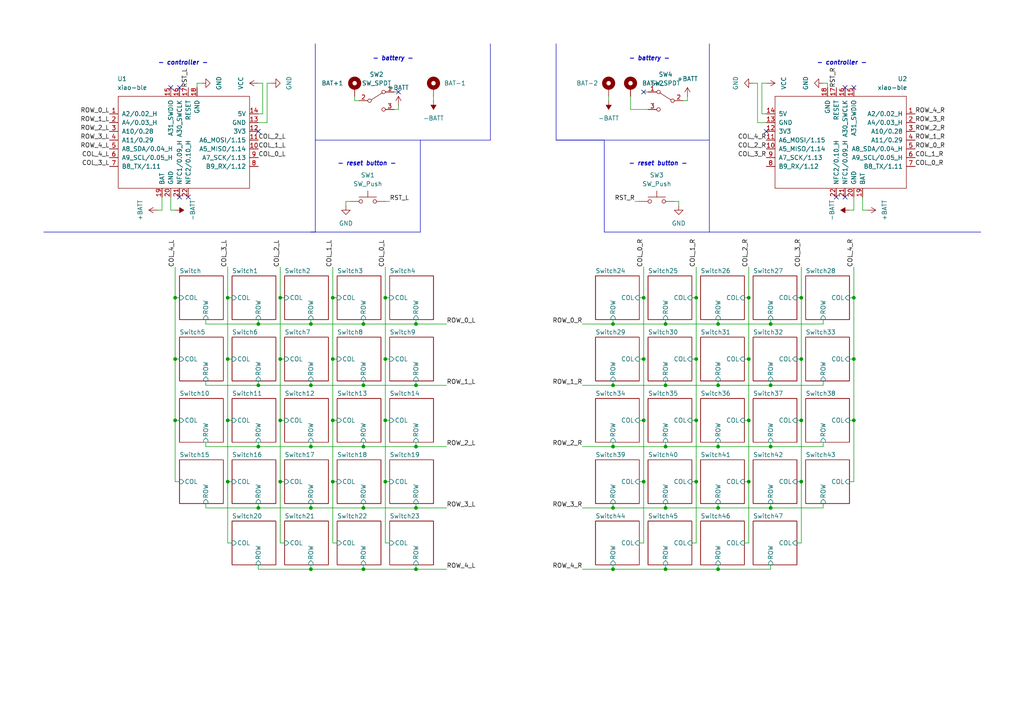
<source format=kicad_sch>
(kicad_sch (version 20231120) (generator "eeschema") (generator_version "8.0")
  (paper "A4")
  (lib_symbols
    (symbol "Mechanical:MountingHole_Pad" (pin_numbers hide) (pin_names (offset 1.016) hide)
      (property "Reference" "H" (at 0 6.35 0))
      (property "Value" "MountingHole_Pad" (at 0 4.445 0))
      (symbol "MountingHole_Pad_0_1"
        (circle (center 0 1.27) (radius 1.27) (stroke (width 1.27)))
      )
      (symbol "MountingHole_Pad_1_1"
        (pin input line (at 0 -2.54 90) (length 2.54) (name "1") (number "1"))
      )
    )
    (symbol "Switch:SW_Push" (pin_numbers hide) (pin_names (offset 1.016) hide)
      (property "Reference" "SW" (at 1.27 2.54 0))
      (property "Value" "SW_Push" (at 0 -1.524 0))
      (symbol "SW_Push_0_1"
        (circle (center -2.032 0) (radius 0.508))
        (polyline (pts (xy 0 1.27) (xy 0 3.048)))
        (polyline (pts (xy 2.54 1.27) (xy -2.54 1.27)))
        (circle (center 2.032 0) (radius 0.508))
        (pin passive line (at -5.08 0 0) (length 2.54) (name "1") (number "1"))
        (pin passive line (at 5.08 0 180) (length 2.54) (name "2") (number "2"))
      )
    )
    (symbol "Switch:SW_SPDT" (pin_names (offset 0) hide)
      (property "Reference" "SW" (at 0 4.318 0))
      (property "Value" "SW_SPDT" (at 0 -5.08 0))
      (symbol "SW_SPDT_0_0"
        (circle (center -2.032 0) (radius 0.508))
        (circle (center 2.032 -2.54) (radius 0.508))
      )
      (symbol "SW_SPDT_0_1"
        (polyline (pts (xy -1.524 0.254) (xy 1.651 2.286)))
        (circle (center 2.032 2.54) (radius 0.508))
      )
      (symbol "SW_SPDT_1_1"
        (pin passive line (at 5.08 2.54 180) (length 2.54) (name "A") (number "1"))
        (pin passive line (at -5.08 0 0) (length 2.54) (name "B") (number "2"))
        (pin passive line (at 5.08 -2.54 180) (length 2.54) (name "C") (number "3"))
      )
    )
    (symbol "mcu:xiao-ble" (pin_names (offset 1.016))
      (property "Reference" "U" (at -17.78 16.51 0))
      (property "Value" "xiao-ble" (at -15.24 13.97 0))
      (symbol "xiao-ble_0_1"
        (rectangle (start -19.05 12.7) (end 19.05 -13.97))
      )
      (symbol "xiao-ble_1_1"
        (pin bidirectional line (at -21.59 7.62 0) (length 2.54) (name "A2/0.02_H") (number "1"))
        (pin bidirectional line (at 21.59 -2.54 180) (length 2.54) (name "A5_MISO/1.14") (number "10"))
        (pin bidirectional line (at 21.59 0 180) (length 2.54) (name "A6_MOSI/1.15") (number "11"))
        (pin power_out line (at 21.59 2.54 180) (length 2.54) (name "3V3") (number "12"))
        (pin power_out line (at 21.59 5.08 180) (length 2.54) (name "GND") (number "13"))
        (pin power_out line (at 21.59 7.62 180) (length 2.54) (name "5V") (number "14"))
        (pin input line (at -3.81 15.24 270) (length 2.54) (name "A31_SWDIO") (number "15"))
        (pin input line (at -1.27 15.24 270) (length 2.54) (name "A30_SWCLK") (number "16"))
        (pin input line (at 1.27 15.24 270) (length 2.54) (name "RESET") (number "17"))
        (pin power_out line (at 3.81 15.24 270) (length 2.54) (name "GND") (number "18"))
        (pin bidirectional line (at -6.35 -16.51 90) (length 2.54) (name "BAT") (number "19"))
        (pin bidirectional line (at -21.59 5.08 0) (length 2.54) (name "A4/0.03_H") (number "2"))
        (pin power_out line (at -3.81 -16.51 90) (length 2.54) (name "GND") (number "20"))
        (pin bidirectional line (at -1.27 -16.51 90) (length 2.54) (name "NFC1/0.09_H") (number "21"))
        (pin bidirectional line (at 1.27 -16.51 90) (length 2.54) (name "NFC2/0.10_H") (number "22"))
        (pin bidirectional line (at -21.59 2.54 0) (length 2.54) (name "A10/0.28") (number "3"))
        (pin bidirectional line (at -21.59 0 0) (length 2.54) (name "A11/0.29") (number "4"))
        (pin bidirectional line (at -21.59 -2.54 0) (length 2.54) (name "A8_SDA/0.04_H") (number "5"))
        (pin bidirectional line (at -21.59 -5.08 0) (length 2.54) (name "A9_SCL/0.05_H") (number "6"))
        (pin bidirectional line (at -21.59 -7.62 0) (length 2.54) (name "B8_TX/1.11") (number "7"))
        (pin bidirectional line (at 21.59 -7.62 180) (length 2.54) (name "B9_RX/1.12") (number "8"))
        (pin bidirectional line (at 21.59 -5.08 180) (length 2.54) (name "A7_SCK/1.13") (number "9"))
      )
    )
    (symbol "power:+BATT" (power) (pin_names (offset 0))
      (property "Value" "+BATT" (at 0 3.556 0))
      (symbol "+BATT_0_1"
        (polyline (pts (xy -0.762 1.27) (xy 0 2.54)))
        (polyline (pts (xy 0 0) (xy 0 2.54)))
        (polyline (pts (xy 0 2.54) (xy 0.762 1.27)))
      )
      (symbol "+BATT_1_1"
        (pin power_in line (at 0 0 90) (length 0) hide (name "+BATT") (number "1"))
      )
    )
    (symbol "power:-BATT" (power) (pin_names (offset 0))
      (property "Value" "-BATT" (at 0 3.556 0))
      (symbol "-BATT_0_1"
        (polyline (pts (xy 0 0) (xy 0 2.54)))
        (polyline (pts (xy 0.762 1.27) (xy -0.762 1.27) (xy 0 2.54) (xy 0.762 1.27)) (fill (type outline)))
      )
      (symbol "-BATT_1_1"
        (pin power_in line (at 0 0 90) (length 0) hide (name "-BATT") (number "1"))
      )
    )
    (symbol "power:GND" (power) (pin_names (offset 0))
      (property "Value" "GND" (at 0 -3.81 0))
      (symbol "GND_0_1"
        (polyline (pts (xy 0 0) (xy 0 -1.27) (xy 1.27 -1.27) (xy 0 -2.54) (xy -1.27 -1.27) (xy 0 -1.27)))
      )
      (symbol "GND_1_1"
        (pin power_in line (at 0 0 270) (length 0) hide (name "GND") (number "1"))
      )
    )
    (symbol "power:VCC" (power) (pin_names (offset 0))
      (property "Value" "VCC" (at 0 3.81 0))
      (symbol "VCC_0_1"
        (polyline (pts (xy -0.762 1.27) (xy 0 2.54)))
        (polyline (pts (xy 0 0) (xy 0 2.54)))
        (polyline (pts (xy 0 2.54) (xy 0.762 1.27)))
      )
      (symbol "VCC_1_1"
        (pin power_in line (at 0 0 90) (length 0) hide (name "VCC") (number "1"))
      )
    )
  )
  (junction (at 208.28 111.76))
  (junction (at 193.04 111.76))
  (junction (at 177.8 111.76))
  (junction (at 120.65 129.54))
  (junction (at 105.41 165.1))
  (junction (at 201.93 104.14))
  (junction (at 96.52 104.14))
  (junction (at 186.69 121.92))
  (junction (at 177.8 147.32))
  (junction (at 90.17 129.54))
  (junction (at 177.8 165.1))
  (junction (at 90.17 147.32))
  (junction (at 208.28 165.1))
  (junction (at 105.41 129.54))
  (junction (at 90.17 93.98))
  (junction (at 66.04 86.36))
  (junction (at 208.28 129.54))
  (junction (at 201.93 121.92))
  (junction (at 50.8 104.14))
  (junction (at 193.04 165.1))
  (junction (at 232.41 104.14))
  (junction (at 217.17 121.92))
  (junction (at 120.65 165.1))
  (junction (at 208.28 93.98))
  (junction (at 247.65 104.14))
  (junction (at 105.41 147.32))
  (junction (at 50.8 121.92))
  (junction (at 177.8 93.98))
  (junction (at 111.76 86.36))
  (junction (at 96.52 86.36))
  (junction (at 74.93 111.76))
  (junction (at 223.52 111.76))
  (junction (at 232.41 86.36))
  (junction (at 177.8 129.54))
  (junction (at 120.65 147.32))
  (junction (at 247.65 121.92))
  (junction (at 81.28 86.36))
  (junction (at 96.52 139.7))
  (junction (at 74.93 147.32))
  (junction (at 96.52 121.92))
  (junction (at 193.04 147.32))
  (junction (at 90.17 165.1))
  (junction (at 66.04 104.14))
  (junction (at 90.17 111.76))
  (junction (at 217.17 104.14))
  (junction (at 81.28 104.14))
  (junction (at 223.52 129.54))
  (junction (at 193.04 129.54))
  (junction (at 120.65 93.98))
  (junction (at 66.04 121.92))
  (junction (at 217.17 86.36))
  (junction (at 111.76 121.92))
  (junction (at 50.8 86.36))
  (junction (at 232.41 139.7))
  (junction (at 208.28 147.32))
  (junction (at 186.69 104.14))
  (junction (at 223.52 147.32))
  (junction (at 74.93 93.98))
  (junction (at 186.69 139.7))
  (junction (at 66.04 139.7))
  (junction (at 247.65 86.36))
  (junction (at 74.93 129.54))
  (junction (at 111.76 139.7))
  (junction (at 201.93 86.36))
  (junction (at 81.28 139.7))
  (junction (at 223.52 93.98))
  (junction (at 105.41 93.98))
  (junction (at 217.17 139.7))
  (junction (at 111.76 104.14))
  (junction (at 81.28 121.92))
  (junction (at 232.41 121.92))
  (junction (at 120.65 111.76))
  (junction (at 186.69 86.36))
  (junction (at 105.41 111.76))
  (junction (at 201.93 139.7))
  (junction (at 193.04 93.98))
  (no_connect (at 245.11 25.4))
  (no_connect (at 52.07 57.15))
  (no_connect (at 247.65 25.4))
  (no_connect (at 54.61 57.15))
  (no_connect (at 186.69 26.67))
  (no_connect (at 222.25 38.1))
  (no_connect (at 74.93 38.1))
  (no_connect (at 245.11 57.15))
  (no_connect (at 242.57 57.15))
  (no_connect (at 49.53 25.4))
  (no_connect (at 52.07 25.4))
  (no_connect (at 115.57 26.67))
  (wire (pts (xy 46.99 60.96) (xy 45.72 60.96)))
  (wire (pts (xy 81.28 121.92) (xy 82.55 121.92)))
  (wire (pts (xy 90.17 165.1) (xy 105.41 165.1)))
  (wire (pts (xy 223.52 147.32) (xy 208.28 147.32)))
  (wire (pts (xy 96.52 139.7) (xy 97.79 139.7)))
  (wire (pts (xy 111.76 86.36) (xy 113.03 86.36)))
  (wire (pts (xy 246.38 86.36) (xy 247.65 86.36)))
  (wire (pts (xy 50.8 77.47) (xy 50.8 86.36)))
  (wire (pts (xy 111.76 139.7) (xy 111.76 157.48)))
  (wire (pts (xy 50.8 139.7) (xy 52.07 139.7)))
  (wire (pts (xy 186.69 86.36) (xy 186.69 104.14)))
  (wire (pts (xy 105.41 128.27) (xy 105.41 129.54)))
  (wire (pts (xy 223.52 111.76) (xy 238.76 111.76)))
  (wire (pts (xy 186.69 104.14) (xy 186.69 121.92)))
  (wire (pts (xy 208.28 146.05) (xy 208.28 147.32)))
  (wire (pts (xy 238.76 146.05) (xy 238.76 147.32)))
  (wire (pts (xy 201.93 104.14) (xy 201.93 121.92)))
  (polyline (pts (xy 91.44 12.7) (xy 91.44 67.31)))
  (wire (pts (xy 105.41 165.1) (xy 120.65 165.1)))
  (wire (pts (xy 96.52 77.47) (xy 96.52 86.36)))
  (wire (pts (xy 223.52 163.83) (xy 223.52 165.1)))
  (wire (pts (xy 49.53 60.96) (xy 49.53 57.15)))
  (wire (pts (xy 74.93 111.76) (xy 59.69 111.76)))
  (wire (pts (xy 247.65 60.96) (xy 247.65 57.15)))
  (wire (pts (xy 81.28 77.47) (xy 81.28 86.36)))
  (wire (pts (xy 57.15 25.4) (xy 57.15 24.13)))
  (wire (pts (xy 168.91 165.1) (xy 177.8 165.1)))
  (wire (pts (xy 177.8 147.32) (xy 168.91 147.32)))
  (wire (pts (xy 100.33 58.42) (xy 100.33 59.69)))
  (wire (pts (xy 196.85 58.42) (xy 196.85 59.69)))
  (polyline (pts (xy 205.74 67.31) (xy 175.26 67.31)))
  (wire (pts (xy 81.28 104.14) (xy 81.28 121.92)))
  (wire (pts (xy 208.28 111.76) (xy 223.52 111.76)))
  (polyline (pts (xy 175.26 67.31) (xy 175.26 40.64)))
  (wire (pts (xy 59.69 128.27) (xy 59.69 129.54)))
  (wire (pts (xy 77.47 35.56) (xy 74.93 35.56)))
  (wire (pts (xy 220.98 33.02) (xy 220.98 24.13)))
  (wire (pts (xy 238.76 111.76) (xy 238.76 110.49)))
  (wire (pts (xy 247.65 77.47) (xy 247.65 86.36)))
  (wire (pts (xy 193.04 92.71) (xy 193.04 93.98)))
  (wire (pts (xy 66.04 157.48) (xy 67.31 157.48)))
  (wire (pts (xy 200.66 104.14) (xy 201.93 104.14)))
  (wire (pts (xy 217.17 157.48) (xy 215.9 157.48)))
  (wire (pts (xy 111.76 121.92) (xy 113.03 121.92)))
  (wire (pts (xy 187.96 31.75) (xy 182.88 31.75)))
  (wire (pts (xy 177.8 128.27) (xy 177.8 129.54)))
  (wire (pts (xy 102.87 27.94) (xy 102.87 29.21)))
  (wire (pts (xy 220.98 24.13) (xy 222.25 24.13)))
  (wire (pts (xy 200.66 139.7) (xy 201.93 139.7)))
  (wire (pts (xy 50.8 121.92) (xy 50.8 139.7)))
  (polyline (pts (xy 175.26 40.64) (xy 161.29 40.64)))
  (wire (pts (xy 223.52 92.71) (xy 223.52 93.98)))
  (wire (pts (xy 111.76 157.48) (xy 113.03 157.48)))
  (wire (pts (xy 81.28 139.7) (xy 82.55 139.7)))
  (wire (pts (xy 201.93 139.7) (xy 201.93 157.48)))
  (wire (pts (xy 232.41 139.7) (xy 231.14 139.7)))
  (polyline (pts (xy 161.29 12.7) (xy 161.29 40.64)))
  (wire (pts (xy 215.9 121.92) (xy 217.17 121.92)))
  (wire (pts (xy 74.93 110.49) (xy 74.93 111.76)))
  (wire (pts (xy 81.28 139.7) (xy 81.28 157.48)))
  (wire (pts (xy 223.52 129.54) (xy 208.28 129.54)))
  (polyline (pts (xy 205.74 12.7) (xy 205.74 67.31)))
  (wire (pts (xy 232.41 121.92) (xy 231.14 121.92)))
  (wire (pts (xy 111.76 139.7) (xy 113.03 139.7)))
  (wire (pts (xy 217.17 104.14) (xy 217.17 121.92)))
  (wire (pts (xy 200.66 121.92) (xy 201.93 121.92)))
  (wire (pts (xy 186.69 139.7) (xy 186.69 157.48)))
  (wire (pts (xy 74.93 33.02) (xy 76.2 33.02)))
  (wire (pts (xy 218.44 24.13) (xy 219.71 24.13)))
  (wire (pts (xy 193.04 111.76) (xy 208.28 111.76)))
  (wire (pts (xy 50.8 86.36) (xy 50.8 104.14)))
  (wire (pts (xy 129.54 111.76) (xy 120.65 111.76)))
  (wire (pts (xy 96.52 86.36) (xy 97.79 86.36)))
  (wire (pts (xy 193.04 110.49) (xy 193.04 111.76)))
  (polyline (pts (xy 12.7 67.31) (xy 91.44 67.31)))
  (polyline (pts (xy 161.29 40.64) (xy 205.74 40.64)))
  (wire (pts (xy 193.04 163.83) (xy 193.04 165.1)))
  (wire (pts (xy 238.76 93.98) (xy 238.76 92.71)))
  (wire (pts (xy 193.04 146.05) (xy 193.04 147.32)))
  (wire (pts (xy 90.17 146.05) (xy 90.17 147.32)))
  (wire (pts (xy 168.91 111.76) (xy 177.8 111.76)))
  (wire (pts (xy 201.93 157.48) (xy 200.66 157.48)))
  (wire (pts (xy 105.41 92.71) (xy 105.41 93.98)))
  (wire (pts (xy 111.76 77.47) (xy 111.76 86.36)))
  (wire (pts (xy 217.17 77.47) (xy 217.17 86.36)))
  (wire (pts (xy 74.93 128.27) (xy 74.93 129.54)))
  (polyline (pts (xy 121.92 67.31) (xy 121.92 40.64)))
  (wire (pts (xy 74.93 146.05) (xy 74.93 147.32)))
  (wire (pts (xy 81.28 121.92) (xy 81.28 139.7)))
  (wire (pts (xy 125.73 27.94) (xy 125.73 29.21)))
  (wire (pts (xy 66.04 86.36) (xy 67.31 86.36)))
  (wire (pts (xy 90.17 128.27) (xy 90.17 129.54)))
  (wire (pts (xy 186.69 121.92) (xy 186.69 139.7)))
  (wire (pts (xy 187.96 26.67) (xy 186.69 26.67)))
  (wire (pts (xy 232.41 77.47) (xy 232.41 86.36)))
  (wire (pts (xy 120.65 111.76) (xy 105.41 111.76)))
  (wire (pts (xy 96.52 121.92) (xy 97.79 121.92)))
  (wire (pts (xy 120.65 165.1) (xy 129.54 165.1)))
  (wire (pts (xy 114.3 26.67) (xy 115.57 26.67)))
  (wire (pts (xy 232.41 104.14) (xy 232.41 121.92)))
  (wire (pts (xy 59.69 111.76) (xy 59.69 110.49)))
  (wire (pts (xy 238.76 128.27) (xy 238.76 129.54)))
  (wire (pts (xy 66.04 121.92) (xy 66.04 139.7)))
  (wire (pts (xy 66.04 121.92) (xy 67.31 121.92)))
  (wire (pts (xy 105.41 146.05) (xy 105.41 147.32)))
  (wire (pts (xy 81.28 86.36) (xy 81.28 104.14)))
  (wire (pts (xy 120.65 128.27) (xy 120.65 129.54)))
  (wire (pts (xy 50.8 104.14) (xy 52.07 104.14)))
  (wire (pts (xy 114.3 31.75) (xy 115.57 31.75)))
  (wire (pts (xy 111.76 58.42) (xy 113.03 58.42)))
  (wire (pts (xy 193.04 93.98) (xy 208.28 93.98)))
  (wire (pts (xy 240.03 25.4) (xy 240.03 24.13)))
  (wire (pts (xy 90.17 163.83) (xy 90.17 165.1)))
  (wire (pts (xy 111.76 104.14) (xy 113.03 104.14)))
  (wire (pts (xy 177.8 165.1) (xy 193.04 165.1)))
  (wire (pts (xy 46.99 57.15) (xy 46.99 60.96)))
  (wire (pts (xy 208.28 129.54) (xy 193.04 129.54)))
  (wire (pts (xy 96.52 104.14) (xy 96.52 121.92)))
  (wire (pts (xy 177.8 92.71) (xy 177.8 93.98)))
  (wire (pts (xy 193.04 128.27) (xy 193.04 129.54)))
  (wire (pts (xy 76.2 33.02) (xy 76.2 24.13)))
  (wire (pts (xy 74.93 129.54) (xy 90.17 129.54)))
  (wire (pts (xy 232.41 86.36) (xy 232.41 104.14)))
  (wire (pts (xy 74.93 92.71) (xy 74.93 93.98)))
  (wire (pts (xy 66.04 77.47) (xy 66.04 86.36)))
  (wire (pts (xy 231.14 86.36) (xy 232.41 86.36)))
  (wire (pts (xy 185.42 86.36) (xy 186.69 86.36)))
  (wire (pts (xy 232.41 157.48) (xy 231.14 157.48)))
  (wire (pts (xy 81.28 86.36) (xy 82.55 86.36)))
  (wire (pts (xy 208.28 163.83) (xy 208.28 165.1)))
  (wire (pts (xy 185.42 104.14) (xy 186.69 104.14)))
  (wire (pts (xy 217.17 139.7) (xy 217.17 157.48)))
  (wire (pts (xy 120.65 110.49) (xy 120.65 111.76)))
  (wire (pts (xy 232.41 139.7) (xy 232.41 157.48)))
  (wire (pts (xy 120.65 146.05) (xy 120.65 147.32)))
  (wire (pts (xy 111.76 86.36) (xy 111.76 104.14)))
  (wire (pts (xy 105.41 129.54) (xy 120.65 129.54)))
  (wire (pts (xy 186.69 77.47) (xy 186.69 86.36)))
  (wire (pts (xy 78.74 24.13) (xy 77.47 24.13)))
  (wire (pts (xy 120.65 147.32) (xy 129.54 147.32)))
  (wire (pts (xy 81.28 104.14) (xy 82.55 104.14)))
  (wire (pts (xy 215.9 139.7) (xy 217.17 139.7)))
  (wire (pts (xy 185.42 121.92) (xy 186.69 121.92)))
  (wire (pts (xy 120.65 129.54) (xy 129.54 129.54)))
  (wire (pts (xy 223.52 165.1) (xy 208.28 165.1)))
  (wire (pts (xy 201.93 86.36) (xy 201.93 104.14)))
  (wire (pts (xy 168.91 93.98) (xy 177.8 93.98)))
  (wire (pts (xy 186.69 157.48) (xy 185.42 157.48)))
  (wire (pts (xy 208.28 147.32) (xy 193.04 147.32)))
  (wire (pts (xy 177.8 129.54) (xy 168.91 129.54)))
  (wire (pts (xy 223.52 93.98) (xy 238.76 93.98)))
  (wire (pts (xy 177.8 146.05) (xy 177.8 147.32)))
  (wire (pts (xy 50.8 104.14) (xy 50.8 121.92)))
  (wire (pts (xy 115.57 30.48) (xy 115.57 31.75)))
  (wire (pts (xy 96.52 121.92) (xy 96.52 139.7)))
  (wire (pts (xy 105.41 110.49) (xy 105.41 111.76)))
  (wire (pts (xy 177.8 110.49) (xy 177.8 111.76)))
  (wire (pts (xy 217.17 86.36) (xy 217.17 104.14)))
  (wire (pts (xy 74.93 165.1) (xy 90.17 165.1)))
  (wire (pts (xy 193.04 147.32) (xy 177.8 147.32)))
  (wire (pts (xy 223.52 146.05) (xy 223.52 147.32)))
  (wire (pts (xy 185.42 139.7) (xy 186.69 139.7)))
  (wire (pts (xy 247.65 104.14) (xy 247.65 121.92)))
  (wire (pts (xy 250.19 60.96) (xy 251.46 60.96)))
  (wire (pts (xy 177.8 111.76) (xy 193.04 111.76)))
  (wire (pts (xy 105.41 93.98) (xy 90.17 93.98)))
  (wire (pts (xy 74.93 147.32) (xy 90.17 147.32)))
  (wire (pts (xy 232.41 121.92) (xy 232.41 139.7)))
  (wire (pts (xy 129.54 93.98) (xy 120.65 93.98)))
  (wire (pts (xy 90.17 93.98) (xy 74.93 93.98)))
  (wire (pts (xy 66.04 104.14) (xy 66.04 121.92)))
  (wire (pts (xy 177.8 93.98) (xy 193.04 93.98)))
  (wire (pts (xy 195.58 58.42) (xy 196.85 58.42)))
  (wire (pts (xy 238.76 147.32) (xy 223.52 147.32)))
  (wire (pts (xy 238.76 129.54) (xy 223.52 129.54)))
  (polyline (pts (xy 284.48 67.31) (xy 205.74 67.31)))
  (wire (pts (xy 59.69 129.54) (xy 74.93 129.54)))
  (wire (pts (xy 208.28 110.49) (xy 208.28 111.76)))
  (wire (pts (xy 90.17 110.49) (xy 90.17 111.76)))
  (wire (pts (xy 76.2 24.13) (xy 74.93 24.13)))
  (wire (pts (xy 105.41 111.76) (xy 90.17 111.76)))
  (wire (pts (xy 96.52 104.14) (xy 97.79 104.14)))
  (wire (pts (xy 231.14 104.14) (xy 232.41 104.14)))
  (polyline (pts (xy 90.17 67.31) (xy 121.92 67.31)))
  (wire (pts (xy 50.8 121.92) (xy 52.07 121.92)))
  (polyline (pts (xy 142.24 12.7) (xy 142.24 40.64)))
  (wire (pts (xy 96.52 86.36) (xy 96.52 104.14)))
  (wire (pts (xy 81.28 157.48) (xy 82.55 157.48)))
  (wire (pts (xy 74.93 93.98) (xy 59.69 93.98)))
  (wire (pts (xy 246.38 60.96) (xy 247.65 60.96)))
  (wire (pts (xy 96.52 139.7) (xy 96.52 157.48)))
  (wire (pts (xy 193.04 129.54) (xy 177.8 129.54)))
  (wire (pts (xy 208.28 128.27) (xy 208.28 129.54)))
  (wire (pts (xy 219.71 35.56) (xy 222.25 35.56)))
  (wire (pts (xy 208.28 165.1) (xy 193.04 165.1)))
  (wire (pts (xy 246.38 104.14) (xy 247.65 104.14)))
  (wire (pts (xy 208.28 92.71) (xy 208.28 93.98)))
  (wire (pts (xy 247.65 139.7) (xy 246.38 139.7)))
  (wire (pts (xy 105.41 163.83) (xy 105.41 165.1)))
  (wire (pts (xy 111.76 121.92) (xy 111.76 139.7)))
  (wire (pts (xy 222.25 33.02) (xy 220.98 33.02)))
  (wire (pts (xy 66.04 139.7) (xy 67.31 139.7)))
  (wire (pts (xy 223.52 110.49) (xy 223.52 111.76)))
  (wire (pts (xy 177.8 163.83) (xy 177.8 165.1)))
  (wire (pts (xy 201.93 77.47) (xy 201.93 86.36)))
  (wire (pts (xy 90.17 147.32) (xy 105.41 147.32)))
  (wire (pts (xy 50.8 86.36) (xy 52.07 86.36)))
  (wire (pts (xy 219.71 24.13) (xy 219.71 35.56)))
  (wire (pts (xy 90.17 111.76) (xy 74.93 111.76)))
  (wire (pts (xy 217.17 86.36) (xy 215.9 86.36)))
  (wire (pts (xy 90.17 92.71) (xy 90.17 93.98)))
  (wire (pts (xy 120.65 93.98) (xy 105.41 93.98)))
  (wire (pts (xy 59.69 146.05) (xy 59.69 147.32)))
  (wire (pts (xy 223.52 128.27) (xy 223.52 129.54)))
  (wire (pts (xy 66.04 86.36) (xy 66.04 104.14)))
  (wire (pts (xy 120.65 92.71) (xy 120.65 93.98)))
  (wire (pts (xy 74.93 163.83) (xy 74.93 165.1)))
  (wire (pts (xy 96.52 157.48) (xy 97.79 157.48)))
  (wire (pts (xy 90.17 129.54) (xy 105.41 129.54)))
  (wire (pts (xy 247.65 86.36) (xy 247.65 104.14)))
  (wire (pts (xy 120.65 163.83) (xy 120.65 165.1)))
  (wire (pts (xy 111.76 104.14) (xy 111.76 121.92)))
  (polyline (pts (xy 91.44 40.64) (xy 142.24 40.64)))
  (wire (pts (xy 240.03 24.13) (xy 238.76 24.13)))
  (wire (pts (xy 250.19 57.15) (xy 250.19 60.96)))
  (wire (pts (xy 101.6 58.42) (xy 100.33 58.42)))
  (wire (pts (xy 215.9 104.14) (xy 217.17 104.14)))
  (wire (pts (xy 217.17 121.92) (xy 217.17 139.7)))
  (wire (pts (xy 198.12 29.21) (xy 199.39 29.21)))
  (wire (pts (xy 246.38 121.92) (xy 247.65 121.92)))
  (wire (pts (xy 185.42 58.42) (xy 184.15 58.42)))
  (wire (pts (xy 77.47 24.13) (xy 77.47 35.56)))
  (wire (pts (xy 57.15 24.13) (xy 58.42 24.13)))
  (wire (pts (xy 199.39 29.21) (xy 199.39 27.94)))
  (wire (pts (xy 247.65 121.92) (xy 247.65 139.7)))
  (wire (pts (xy 66.04 104.14) (xy 67.31 104.14)))
  (wire (pts (xy 201.93 121.92) (xy 201.93 139.7)))
  (wire (pts (xy 59.69 147.32) (xy 74.93 147.32)))
  (wire (pts (xy 59.69 93.98) (xy 59.69 92.71)))
  (wire (pts (xy 50.8 60.96) (xy 49.53 60.96)))
  (wire (pts (xy 105.41 147.32) (xy 120.65 147.32)))
  (wire (pts (xy 176.53 27.94) (xy 176.53 29.21)))
  (wire (pts (xy 102.87 29.21) (xy 104.14 29.21)))
  (wire (pts (xy 182.88 31.75) (xy 182.88 27.94)))
  (wire (pts (xy 208.28 93.98) (xy 223.52 93.98)))
  (wire (pts (xy 66.04 139.7) (xy 66.04 157.48)))
  (wire (pts (xy 200.66 86.36) (xy 201.93 86.36)))
  (text "- reset button -" (at 199.39 48.26 0) (effects (font (size 1.27 1.27) (thickness 0.254) (bold yes) (italic yes)) (justify right bottom)))
  (text "- battery -" (at 107.95 17.78 0) (effects (font (size 1.27 1.27) (bold yes) (italic yes)) (justify left bottom)))
  (text "- controller -" (at 45.72 19.05 0) (effects (font (size 1.27 1.27) (bold yes) (italic yes)) (justify left bottom)))
  (text "- battery -" (at 194.31 17.78 0) (effects (font (size 1.27 1.27) (bold yes) (italic yes)) (justify right bottom)))
  (text "- reset button -" (at 97.79 48.26 0) (effects (font (size 1.27 1.27) (thickness 0.254) (bold yes) (italic yes)) (justify left bottom)))
  (text "- controller -" (at 251.46 19.05 0) (effects (font (size 1.27 1.27) (bold yes) (italic yes)) (justify right bottom)))
  (label "COL_0_L" (at 111.76 77.47 90))
  (label "COL_3_R" (at 222.25 45.72 180))
  (label "ROW_1_L" (at 31.75 35.56 180))
  (label "RST_R" (at 242.57 25.4 90))
  (label "COL_4_L" (at 31.75 45.72 180))
  (label "COL_0_R" (at 186.69 77.47 90))
  (label "RST_R" (at 184.15 58.42 180))
  (label "ROW_2_L" (at 31.75 38.1 180))
  (label "COL_3_L" (at 31.75 48.26 180))
  (label "COL_2_L" (at 74.93 40.64 0))
  (label "ROW_3_L" (at 129.54 147.32 0))
  (label "COL_3_L" (at 66.04 77.47 90))
  (label "ROW_4_L" (at 129.54 165.1 0))
  (label "COL_1_R" (at 201.93 77.47 90))
  (label "ROW_1_L" (at 129.54 111.76 0))
  (label "COL_0_R" (at 265.43 48.26 0))
  (label "ROW_0_L" (at 31.75 33.02 180))
  (label "RST_L" (at 54.61 25.4 90))
  (label "ROW_1_R" (at 168.91 111.76 180))
  (label "ROW_0_R" (at 265.43 43.18 0))
  (label "COL_2_L" (at 81.28 77.47 90))
  (label "ROW_4_L" (at 31.75 43.18 180))
  (label "COL_2_R" (at 222.25 43.18 180))
  (label "ROW_4_R" (at 265.43 33.02 0))
  (label "ROW_4_R" (at 168.91 165.1 180))
  (label "ROW_2_R" (at 168.91 129.54 180))
  (label "ROW_3_R" (at 265.43 35.56 0))
  (label "COL_4_L" (at 50.8 77.47 90))
  (label "ROW_2_R" (at 265.43 38.1 0))
  (label "COL_4_R" (at 222.25 40.64 180))
  (label "COL_2_R" (at 217.17 77.47 90))
  (label "ROW_3_L" (at 31.75 40.64 180))
  (label "ROW_0_R" (at 168.91 93.98 180))
  (label "COL_0_L" (at 74.93 45.72 0))
  (label "COL_1_L" (at 96.52 77.47 90))
  (label "COL_1_L" (at 74.93 43.18 0))
  (label "ROW_1_R" (at 265.43 40.64 0))
  (label "COL_1_R" (at 265.43 45.72 0))
  (label "ROW_3_R" (at 168.91 147.32 180))
  (label "ROW_0_L" (at 129.54 93.98 0))
  (label "COL_3_R" (at 232.41 77.47 90))
  (label "ROW_2_L" (at 129.54 129.54 0))
  (label "COL_4_R" (at 247.65 77.47 90))
  (label "RST_L" (at 113.03 58.42 0))
  (symbol (lib_id "power:-BATT") (at 176.53 29.21 0) (mirror x) (unit 1)
    (property "Reference" "#PWR09" (effects (hide yes)))
    (property "Value" "-BATT" (at 176.53 34.29 0))
  )
  (symbol (lib_id "power:+BATT") (at 199.39 27.94 0) (mirror y) (unit 1)
    (property "Reference" "#PWR011" (effects (hide yes)))
    (property "Value" "+BATT" (at 199.39 22.86 0))
  )
  (symbol (lib_id "Mechanical:MountingHole_Pad") (at 102.87 25.4 0) (unit 1)
    (property "Reference" "BAT+1" (at 99.568 24.13 0) (effects (justify right)))
    (property "Value" "+" (effects (hide yes)))
    (property "Footprint" "mnhttn:BatteryPad" (effects (hide yes)))
  )
  (symbol (lib_id "power:+BATT") (at 45.72 60.96 90) (unit 1)
    (property "Reference" "#PWR01" (effects (hide yes)))
    (property "Value" "+BATT" (at 40.64 60.96 0))
  )
  (symbol (lib_id "power:VCC") (at 222.25 24.13 270) (mirror x) (unit 1)
    (property "Reference" "#PWR013" (effects (hide yes)))
    (property "Value" "VCC" (at 227.33 24.13 0))
  )
  (symbol (lib_id "power:GND") (at 78.74 24.13 90) (unit 1)
    (property "Reference" "#PWR05" (effects (hide yes)))
    (property "Value" "GND" (at 83.82 24.13 0))
  )
  (symbol (lib_id "power:VCC") (at 74.93 24.13 90) (unit 1)
    (property "Reference" "#PWR04" (effects (hide yes)))
    (property "Value" "VCC" (at 69.85 24.13 0))
  )
  (symbol (lib_id "Switch:SW_SPDT") (at 109.22 29.21 0) (unit 1)
    (property "Reference" "SW2" (at 109.22 21.59 0))
    (property "Value" "SW_SPDT" (at 109.22 24.13 0))
    (property "Footprint" "mnhttn:MSK12C02" (effects (hide yes)))
  )
  (symbol (lib_id "power:GND") (at 58.42 24.13 90) (unit 1)
    (property "Reference" "#PWR03" (effects (hide yes)))
    (property "Value" "GND" (at 63.5 24.13 0))
  )
  (symbol (lib_id "Switch:SW_Push") (at 106.68 58.42 0) (unit 1)
    (property "Reference" "SW1" (at 106.68 50.8 0))
    (property "Value" "SW_Push" (at 106.68 53.34 0))
    (property "Footprint" "mnhttn:PushSwitch" (effects (hide yes)))
  )
  (symbol (lib_id "mcu:xiao-ble") (at 243.84 40.64 0) (mirror y) (unit 1)
    (property "Reference" "U2" (at 263.144 22.86 0) (effects (justify left)))
    (property "Value" "xiao-ble" (at 263.144 25.4 0) (effects (justify left)))
    (property "Footprint" "mnhttn:xiao-ble-smd-cutout" (effects (hide yes)))
  )
  (symbol (lib_id "Mechanical:MountingHole_Pad") (at 125.73 25.4 0) (unit 1)
    (property "Reference" "BAT-1" (at 128.778 24.13 0) (effects (justify left)))
    (property "Value" "-" (effects (hide yes)))
    (property "Footprint" "mnhttn:BatteryPad" (effects (hide yes)))
  )
  (symbol (lib_id "power:GND") (at 238.76 24.13 270) (mirror x) (unit 1)
    (property "Reference" "#PWR014" (effects (hide yes)))
    (property "Value" "GND" (at 233.68 24.13 0))
  )
  (symbol (lib_id "power:-BATT") (at 246.38 60.96 90) (mirror x) (unit 1)
    (property "Reference" "#PWR015" (effects (hide yes)))
    (property "Value" "-BATT" (at 241.3 60.96 0))
  )
  (symbol (lib_id "power:GND") (at 196.85 59.69 0) (mirror y) (unit 1)
    (property "Reference" "#PWR010" (effects (hide yes)))
    (property "Value" "GND" (at 196.85 64.77 0))
  )
  (symbol (lib_id "Switch:SW_Push") (at 190.5 58.42 0) (mirror y) (unit 1)
    (property "Reference" "SW3" (at 190.5 50.8 0))
    (property "Value" "SW_Push" (at 190.5 53.34 0))
    (property "Footprint" "mnhttn:PushSwitch" (effects (hide yes)))
  )
  (symbol (lib_id "power:+BATT") (at 115.57 30.48 0) (unit 1)
    (property "Reference" "#PWR07" (effects (hide yes)))
    (property "Value" "+BATT" (at 115.57 25.4 0))
  )
  (symbol (lib_id "Mechanical:MountingHole_Pad") (at 176.53 25.4 0) (mirror y) (unit 1)
    (property "Reference" "BAT-2" (at 173.482 24.13 0) (effects (justify left)))
    (property "Value" "-" (effects (hide yes)))
    (property "Footprint" "mnhttn:BatteryPad" (effects (hide yes)))
  )
  (symbol (lib_id "power:-BATT") (at 50.8 60.96 270) (unit 1)
    (property "Reference" "#PWR02" (effects (hide yes)))
    (property "Value" "-BATT" (at 55.88 60.96 0))
  )
  (symbol (lib_id "mcu:xiao-ble") (at 53.34 40.64 0) (unit 1)
    (property "Reference" "U1" (at 34.036 22.86 0) (effects (justify left)))
    (property "Value" "xiao-ble" (at 34.036 25.4 0) (effects (justify left)))
    (property "Footprint" "mnhttn:xiao-ble-smd-cutout" (effects (hide yes)))
  )
  (symbol (lib_id "Mechanical:MountingHole_Pad") (at 182.88 25.4 0) (mirror y) (unit 1)
    (property "Reference" "BAT+2" (at 186.182 24.13 0) (effects (justify right)))
    (property "Value" "+" (effects (hide yes)))
    (property "Footprint" "mnhttn:BatteryPad" (effects (hide yes)))
  )
  (symbol (lib_id "power:GND") (at 218.44 24.13 270) (mirror x) (unit 1)
    (property "Reference" "#PWR012" (effects (hide yes)))
    (property "Value" "GND" (at 213.36 24.13 0))
  )
  (symbol (lib_id "power:-BATT") (at 125.73 29.21 180) (unit 1)
    (property "Reference" "#PWR08" (effects (hide yes)))
    (property "Value" "-BATT" (at 125.73 34.29 0))
  )
  (symbol (lib_id "power:GND") (at 100.33 59.69 0) (unit 1)
    (property "Reference" "#PWR06" (effects (hide yes)))
    (property "Value" "GND" (at 100.33 64.77 0))
  )
  (symbol (lib_id "Switch:SW_SPDT") (at 193.04 29.21 0) (mirror y) (unit 1)
    (property "Reference" "SW4" (at 193.04 21.59 0))
    (property "Value" "SW_SPDT" (at 193.04 24.13 0))
    (property "Footprint" "mnhttn:MSK12C02" (effects (hide yes)))
  )
  (symbol (lib_id "power:+BATT") (at 251.46 60.96 270) (mirror x) (unit 1)
    (property "Reference" "#PWR016" (effects (hide yes)))
    (property "Value" "+BATT" (at 256.54 60.96 0))
  )
  (sheet (at 218.44 115.57) (size 12.7 12.7) (stroke (width 0.1524))
    (property "Sheetname" "Switch37" (at 218.44 114.8584 0) (effects (justify left bottom)))
    (property "Sheetfile" "switch.kicad_sch" (effects (hide yes)))
    (pin "COL" input (at 231.14 121.92 0))
    (pin "ROW" input (at 223.52 128.27 270))
  )
  (sheet (at 187.96 115.57) (size 12.7 12.7) (stroke (width 0.1524))
    (property "Sheetname" "Switch35" (at 187.96 114.8584 0) (effects (justify left bottom)))
    (property "Sheetfile" "switch.kicad_sch" (effects (hide yes)))
    (pin "COL" input (at 200.66 121.92 0))
    (pin "ROW" input (at 193.04 128.27 270))
  )
  (sheet (at 172.72 97.79) (size 12.7 12.7) (stroke (width 0.1524))
    (property "Sheetname" "Switch29" (at 172.72 97.0784 0) (effects (justify left bottom)))
    (property "Sheetfile" "switch.kicad_sch" (effects (hide yes)))
    (pin "COL" input (at 185.42 104.14 0))
    (pin "ROW" input (at 177.8 110.49 270))
  )
  (sheet (at 67.31 133.35) (size 12.7 12.7) (stroke (width 0.1524))
    (property "Sheetname" "Switch16" (at 67.31 132.6384 0) (effects (justify left bottom)))
    (property "Sheetfile" "switch.kicad_sch" (effects (hide yes)))
    (pin "COL" input (at 67.31 139.7 180))
    (pin "ROW" input (at 74.93 146.05 270))
  )
  (sheet (at 187.96 80.01) (size 12.7 12.7) (stroke (width 0.1524))
    (property "Sheetname" "Switch25" (at 187.96 79.2984 0) (effects (justify left bottom)))
    (property "Sheetfile" "switch.kicad_sch" (effects (hide yes)))
    (pin "COL" input (at 200.66 86.36 0))
    (pin "ROW" input (at 193.04 92.71 270))
  )
  (sheet (at 233.68 80.01) (size 12.7 12.7) (stroke (width 0.1524))
    (property "Sheetname" "Switch28" (at 233.68 79.2984 0) (effects (justify left bottom)))
    (property "Sheetfile" "switch.kicad_sch" (effects (hide yes)))
    (pin "COL" input (at 246.38 86.36 0))
    (pin "ROW" input (at 238.76 92.71 270))
  )
  (sheet (at 233.68 115.57) (size 12.7 12.7) (stroke (width 0.1524))
    (property "Sheetname" "Switch38" (at 233.68 114.8584 0) (effects (justify left bottom)))
    (property "Sheetfile" "switch.kicad_sch" (effects (hide yes)))
    (pin "COL" input (at 246.38 121.92 0))
    (pin "ROW" input (at 238.76 128.27 270))
  )
  (sheet (at 203.2 115.57) (size 12.7 12.7) (stroke (width 0.1524))
    (property "Sheetname" "Switch36" (at 203.2 114.8584 0) (effects (justify left bottom)))
    (property "Sheetfile" "switch.kicad_sch" (effects (hide yes)))
    (pin "COL" input (at 215.9 121.92 0))
    (pin "ROW" input (at 208.28 128.27 270))
  )
  (sheet (at 203.2 80.01) (size 12.7 12.7) (stroke (width 0.1524))
    (property "Sheetname" "Switch26" (at 203.2 79.2984 0) (effects (justify left bottom)))
    (property "Sheetfile" "switch.kicad_sch" (effects (hide yes)))
    (pin "COL" input (at 215.9 86.36 0))
    (pin "ROW" input (at 208.28 92.71 270))
  )
  (sheet (at 172.72 151.13) (size 12.7 12.7) (stroke (width 0.1524))
    (property "Sheetname" "Switch44" (at 172.72 150.4184 0) (effects (justify left bottom)))
    (property "Sheetfile" "switch.kicad_sch" (effects (hide yes)))
    (pin "COL" input (at 185.42 157.48 0))
    (pin "ROW" input (at 177.8 163.83 270))
  )
  (sheet (at 218.44 133.35) (size 12.7 12.7) (stroke (width 0.1524))
    (property "Sheetname" "Switch42" (at 218.44 132.6384 0) (effects (justify left bottom)))
    (property "Sheetfile" "switch.kicad_sch" (effects (hide yes)))
    (pin "COL" input (at 231.14 139.7 0))
    (pin "ROW" input (at 223.52 146.05 270))
  )
  (sheet (at 113.03 80.01) (size 12.7 12.7) (stroke (width 0.1524))
    (property "Sheetname" "Switch4" (at 113.03 79.2984 0) (effects (justify left bottom)))
    (property "Sheetfile" "switch.kicad_sch" (effects (hide yes)))
    (pin "COL" input (at 113.03 86.36 180))
    (pin "ROW" input (at 120.65 92.71 270))
  )
  (sheet (at 113.03 115.57) (size 12.7 12.7) (stroke (width 0.1524))
    (property "Sheetname" "Switch14" (at 113.03 114.8584 0) (effects (justify left bottom)))
    (property "Sheetfile" "switch.kicad_sch" (effects (hide yes)))
    (pin "COL" input (at 113.03 121.92 180))
    (pin "ROW" input (at 120.65 128.27 270))
  )
  (sheet (at 218.44 151.13) (size 12.7 12.7) (stroke (width 0.1524))
    (property "Sheetname" "Switch47" (at 218.44 150.4184 0) (effects (justify left bottom)))
    (property "Sheetfile" "switch.kicad_sch" (effects (hide yes)))
    (pin "COL" input (at 231.14 157.48 0))
    (pin "ROW" input (at 223.52 163.83 270))
  )
  (sheet (at 187.96 97.79) (size 12.7 12.7) (stroke (width 0.1524))
    (property "Sheetname" "Switch30" (at 187.96 97.0784 0) (effects (justify left bottom)))
    (property "Sheetfile" "switch.kicad_sch" (effects (hide yes)))
    (pin "COL" input (at 200.66 104.14 0))
    (pin "ROW" input (at 193.04 110.49 270))
  )
  (sheet (at 172.72 115.57) (size 12.7 12.7) (stroke (width 0.1524))
    (property "Sheetname" "Switch34" (at 172.72 114.8584 0) (effects (justify left bottom)))
    (property "Sheetfile" "switch.kicad_sch" (effects (hide yes)))
    (pin "COL" input (at 185.42 121.92 0))
    (pin "ROW" input (at 177.8 128.27 270))
  )
  (sheet (at 97.79 133.35) (size 12.7 12.7) (stroke (width 0.1524))
    (property "Sheetname" "Switch18" (at 97.79 132.6384 0) (effects (justify left bottom)))
    (property "Sheetfile" "switch.kicad_sch" (effects (hide yes)))
    (pin "COL" input (at 97.79 139.7 180))
    (pin "ROW" input (at 105.41 146.05 270))
  )
  (sheet (at 187.96 151.13) (size 12.7 12.7) (stroke (width 0.1524))
    (property "Sheetname" "Switch45" (at 187.96 150.4184 0) (effects (justify left bottom)))
    (property "Sheetfile" "switch.kicad_sch" (effects (hide yes)))
    (pin "COL" input (at 200.66 157.48 0))
    (pin "ROW" input (at 193.04 163.83 270))
  )
  (sheet (at 82.55 80.01) (size 12.7 12.7) (stroke (width 0.1524))
    (property "Sheetname" "Switch2" (at 82.55 79.2984 0) (effects (justify left bottom)))
    (property "Sheetfile" "switch.kicad_sch" (effects (hide yes)))
    (pin "COL" input (at 82.55 86.36 180))
    (pin "ROW" input (at 90.17 92.71 270))
  )
  (sheet (at 97.79 97.79) (size 12.7 12.7) (stroke (width 0.1524))
    (property "Sheetname" "Switch8" (at 97.79 97.0784 0) (effects (justify left bottom)))
    (property "Sheetfile" "switch.kicad_sch" (effects (hide yes)))
    (pin "COL" input (at 97.79 104.14 180))
    (pin "ROW" input (at 105.41 110.49 270))
  )
  (sheet (at 52.07 133.35) (size 12.7 12.7) (stroke (width 0.1524))
    (property "Sheetname" "Switch15" (at 52.07 132.6384 0) (effects (justify left bottom)))
    (property "Sheetfile" "switch.kicad_sch" (effects (hide yes)))
    (pin "COL" input (at 52.07 139.7 180))
    (pin "ROW" input (at 59.69 146.05 270))
  )
  (sheet (at 82.55 133.35) (size 12.7 12.7) (stroke (width 0.1524))
    (property "Sheetname" "Switch17" (at 82.55 132.6384 0) (effects (justify left bottom)))
    (property "Sheetfile" "switch.kicad_sch" (effects (hide yes)))
    (pin "COL" input (at 82.55 139.7 180))
    (pin "ROW" input (at 90.17 146.05 270))
  )
  (sheet (at 82.55 151.13) (size 12.7 12.7) (stroke (width 0.1524))
    (property "Sheetname" "Switch21" (at 82.55 150.4184 0) (effects (justify left bottom)))
    (property "Sheetfile" "switch.kicad_sch" (effects (hide yes)))
    (pin "COL" input (at 82.55 157.48 180))
    (pin "ROW" input (at 90.17 163.83 270))
  )
  (sheet (at 233.68 97.79) (size 12.7 12.7) (stroke (width 0.1524))
    (property "Sheetname" "Switch33" (at 233.68 97.0784 0) (effects (justify left bottom)))
    (property "Sheetfile" "switch.kicad_sch" (effects (hide yes)))
    (pin "COL" input (at 246.38 104.14 0))
    (pin "ROW" input (at 238.76 110.49 270))
  )
  (sheet (at 203.2 133.35) (size 12.7 12.7) (stroke (width 0.1524))
    (property "Sheetname" "Switch41" (at 203.2 132.6384 0) (effects (justify left bottom)))
    (property "Sheetfile" "switch.kicad_sch" (effects (hide yes)))
    (pin "COL" input (at 215.9 139.7 0))
    (pin "ROW" input (at 208.28 146.05 270))
  )
  (sheet (at 172.72 80.01) (size 12.7 12.7) (stroke (width 0.1524))
    (property "Sheetname" "Switch24" (at 172.72 79.2984 0) (effects (justify left bottom)))
    (property "Sheetfile" "switch.kicad_sch" (effects (hide yes)))
    (pin "COL" input (at 185.42 86.36 0))
    (pin "ROW" input (at 177.8 92.71 270))
  )
  (sheet (at 97.79 80.01) (size 12.7 12.7) (stroke (width 0.1524))
    (property "Sheetname" "Switch3" (at 97.79 79.2984 0) (effects (justify left bottom)))
    (property "Sheetfile" "switch.kicad_sch" (effects (hide yes)))
    (pin "COL" input (at 97.79 86.36 180))
    (pin "ROW" input (at 105.41 92.71 270))
  )
  (sheet (at 82.55 115.57) (size 12.7 12.7) (stroke (width 0.1524))
    (property "Sheetname" "Switch12" (at 82.55 114.8584 0) (effects (justify left bottom)))
    (property "Sheetfile" "switch.kicad_sch" (effects (hide yes)))
    (pin "COL" input (at 82.55 121.92 180))
    (pin "ROW" input (at 90.17 128.27 270))
  )
  (sheet (at 82.55 97.79) (size 12.7 12.7) (stroke (width 0.1524))
    (property "Sheetname" "Switch7" (at 82.55 97.0784 0) (effects (justify left bottom)))
    (property "Sheetfile" "switch.kicad_sch" (effects (hide yes)))
    (pin "COL" input (at 82.55 104.14 180))
    (pin "ROW" input (at 90.17 110.49 270))
  )
  (sheet (at 113.03 151.13) (size 12.7 12.7) (stroke (width 0.1524))
    (property "Sheetname" "Switch23" (at 113.03 150.4184 0) (effects (justify left bottom)))
    (property "Sheetfile" "switch.kicad_sch" (effects (hide yes)))
    (pin "COL" input (at 113.03 157.48 180))
    (pin "ROW" input (at 120.65 163.83 270))
  )
  (sheet (at 67.31 115.57) (size 12.7 12.7) (stroke (width 0.1524))
    (property "Sheetname" "Switch11" (at 67.31 114.8584 0) (effects (justify left bottom)))
    (property "Sheetfile" "switch.kicad_sch" (effects (hide yes)))
    (pin "COL" input (at 67.31 121.92 180))
    (pin "ROW" input (at 74.93 128.27 270))
  )
  (sheet (at 203.2 97.79) (size 12.7 12.7) (stroke (width 0.1524))
    (property "Sheetname" "Switch31" (at 203.2 97.0784 0) (effects (justify left bottom)))
    (property "Sheetfile" "switch.kicad_sch" (effects (hide yes)))
    (pin "COL" input (at 215.9 104.14 0))
    (pin "ROW" input (at 208.28 110.49 270))
  )
  (sheet (at 67.31 97.79) (size 12.7 12.7) (stroke (width 0.1524))
    (property "Sheetname" "Switch6" (at 67.31 97.0784 0) (effects (justify left bottom)))
    (property "Sheetfile" "switch.kicad_sch" (effects (hide yes)))
    (pin "COL" input (at 67.31 104.14 180))
    (pin "ROW" input (at 74.93 110.49 270))
  )
  (sheet (at 67.31 80.01) (size 12.7 12.7) (stroke (width 0.1524))
    (property "Sheetname" "Switch1" (at 67.31 79.2984 0) (effects (justify left bottom)))
    (property "Sheetfile" "switch.kicad_sch" (effects (hide yes)))
    (pin "COL" input (at 67.31 86.36 180))
    (pin "ROW" input (at 74.93 92.71 270))
  )
  (sheet (at 233.68 133.35) (size 12.7 12.7) (stroke (width 0.1524))
    (property "Sheetname" "Switch43" (at 233.68 132.6384 0) (effects (justify left bottom)))
    (property "Sheetfile" "switch.kicad_sch" (effects (hide yes)))
    (pin "COL" input (at 246.38 139.7 0))
    (pin "ROW" input (at 238.76 146.05 270))
  )
  (sheet (at 172.72 133.35) (size 12.7 12.7) (stroke (width 0.1524))
    (property "Sheetname" "Switch39" (at 172.72 132.6384 0) (effects (justify left bottom)))
    (property "Sheetfile" "switch.kicad_sch" (effects (hide yes)))
    (pin "COL" input (at 185.42 139.7 0))
    (pin "ROW" input (at 177.8 146.05 270))
  )
  (sheet (at 97.79 151.13) (size 12.7 12.7) (stroke (width 0.1524))
    (property "Sheetname" "Switch22" (at 97.79 150.4184 0) (effects (justify left bottom)))
    (property "Sheetfile" "switch.kicad_sch" (effects (hide yes)))
    (pin "COL" input (at 97.79 157.48 180))
    (pin "ROW" input (at 105.41 163.83 270))
  )
  (sheet (at 97.79 115.57) (size 12.7 12.7) (stroke (width 0.1524))
    (property "Sheetname" "Switch13" (at 97.79 114.8584 0) (effects (justify left bottom)))
    (property "Sheetfile" "switch.kicad_sch" (effects (hide yes)))
    (pin "COL" input (at 97.79 121.92 180))
    (pin "ROW" input (at 105.41 128.27 270))
  )
  (sheet (at 218.44 80.01) (size 12.7 12.7) (stroke (width 0.1524))
    (property "Sheetname" "Switch27" (at 218.44 79.2984 0) (effects (justify left bottom)))
    (property "Sheetfile" "switch.kicad_sch" (effects (hide yes)))
    (pin "COL" input (at 231.14 86.36 0))
    (pin "ROW" input (at 223.52 92.71 270))
  )
  (sheet (at 203.2 151.13) (size 12.7 12.7) (stroke (width 0.1524))
    (property "Sheetname" "Switch46" (at 203.2 150.4184 0) (effects (justify left bottom)))
    (property "Sheetfile" "switch.kicad_sch" (effects (hide yes)))
    (pin "COL" input (at 215.9 157.48 0))
    (pin "ROW" input (at 208.28 163.83 270))
  )
  (sheet (at 113.03 97.79) (size 12.7 12.7) (stroke (width 0.1524))
    (property "Sheetname" "Switch9" (at 113.03 97.0784 0) (effects (justify left bottom)))
    (property "Sheetfile" "switch.kicad_sch" (effects (hide yes)))
    (pin "COL" input (at 113.03 104.14 180))
    (pin "ROW" input (at 120.65 110.49 270))
  )
  (sheet (at 52.07 115.57) (size 12.7 12.7) (stroke (width 0.1524))
    (property "Sheetname" "Switch10" (at 52.07 114.8584 0) (effects (justify left bottom)))
    (property "Sheetfile" "switch.kicad_sch" (effects (hide yes)))
    (pin "COL" input (at 52.07 121.92 180))
    (pin "ROW" input (at 59.69 128.27 270))
  )
  (sheet (at 187.96 133.35) (size 12.7 12.7) (stroke (width 0.1524))
    (property "Sheetname" "Switch40" (at 187.96 132.6384 0) (effects (justify left bottom)))
    (property "Sheetfile" "switch.kicad_sch" (effects (hide yes)))
    (pin "COL" input (at 200.66 139.7 0))
    (pin "ROW" input (at 193.04 146.05 270))
  )
  (sheet (at 52.07 97.79) (size 12.7 12.7) (stroke (width 0.1524))
    (property "Sheetname" "Switch5" (at 52.07 97.0784 0) (effects (justify left bottom)))
    (property "Sheetfile" "switch.kicad_sch" (effects (hide yes)))
    (pin "COL" input (at 52.07 104.14 180))
    (pin "ROW" input (at 59.69 110.49 270))
  )
  (sheet (at 67.31 151.13) (size 12.7 12.7) (stroke (width 0.1524))
    (property "Sheetname" "Switch20" (at 67.31 150.4184 0) (effects (justify left bottom)))
    (property "Sheetfile" "switch.kicad_sch" (effects (hide yes)))
    (pin "COL" input (at 67.31 157.48 180))
    (pin "ROW" input (at 74.93 163.83 270))
  )
  (sheet (at 52.07 80.01) (size 12.7 12.7) (stroke (width 0.1524))
    (property "Sheetname" "Switch" (at 52.07 79.2984 0) (effects (justify left bottom)))
    (property "Sheetfile" "switch.kicad_sch" (effects (hide yes)))
    (pin "ROW" input (at 59.69 92.71 270))
    (pin "COL" input (at 52.07 86.36 180))
  )
  (sheet (at 113.03 133.35) (size 12.7 12.7) (stroke (width 0.1524))
    (property "Sheetname" "Switch19" (at 113.03 132.6384 0) (effects (justify left bottom)))
    (property "Sheetfile" "switch.kicad_sch" (effects (hide yes)))
    (pin "COL" input (at 113.03 139.7 180))
    (pin "ROW" input (at 120.65 146.05 270))
  )
  (sheet (at 218.44 97.79) (size 12.7 12.7) (stroke (width 0.1524))
    (property "Sheetname" "Switch32" (at 218.44 97.0784 0) (effects (justify left bottom)))
    (property "Sheetfile" "switch.kicad_sch" (effects (hide yes)))
    (pin "COL" input (at 231.14 104.14 0))
    (pin "ROW" input (at 223.52 110.49 270))
  )
)
</source>
